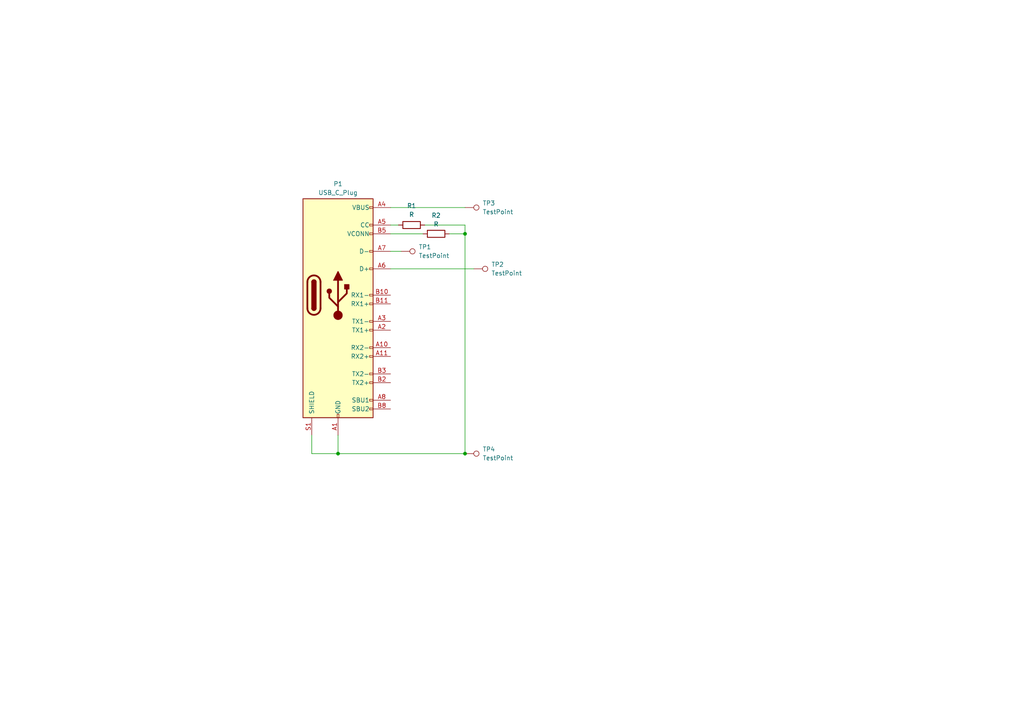
<source format=kicad_sch>
(kicad_sch (version 20230121) (generator eeschema)
  (paper "A4")
  (lib_symbols
    (symbol "Connector:TestPoint" (pin_numbers hide) (pin_names (offset 0.762) hide)
      (property "Reference" "TP" (at 0 6.858 0))
      (property "Value" "TestPoint" (at 0 5.08 0))
      (symbol "TestPoint_0_1"
        (circle (center 0 3.302) (radius 0.762))
      )
      (symbol "TestPoint_1_1"
        (pin passive line (at 0 0 90) (length 2.54) (name "1") (number "1"))
      )
    )
    (symbol "Connector:USB_C_Plug" (pin_names (offset 1.016))
      (property "Reference" "P" (at -10.16 29.21 0))
      (property "Value" "USB_C_Plug" (at 10.16 29.21 0))
      (symbol "USB_C_Plug_0_0"
        (rectangle (start -0.254 -35.56) (end 0.254 -34.544))
        (rectangle (start 10.16 -32.766) (end 9.144 -33.274))
        (rectangle (start 10.16 -30.226) (end 9.144 -30.734))
        (rectangle (start 10.16 -25.146) (end 9.144 -25.654))
        (rectangle (start 10.16 -22.606) (end 9.144 -23.114))
        (rectangle (start 10.16 -17.526) (end 9.144 -18.034))
        (rectangle (start 10.16 -14.986) (end 9.144 -15.494))
        (rectangle (start 10.16 -9.906) (end 9.144 -10.414))
        (rectangle (start 10.16 -7.366) (end 9.144 -7.874))
        (rectangle (start 10.16 -2.286) (end 9.144 -2.794))
        (rectangle (start 10.16 0.254) (end 9.144 -0.254))
        (rectangle (start 10.16 7.874) (end 9.144 7.366))
        (rectangle (start 10.16 12.954) (end 9.144 12.446))
        (rectangle (start 10.16 18.034) (end 9.144 17.526))
        (rectangle (start 10.16 20.574) (end 9.144 20.066))
        (rectangle (start 10.16 25.654) (end 9.144 25.146))
      )
      (symbol "USB_C_Plug_0_1"
        (rectangle (start -10.16 27.94) (end 10.16 -35.56) (stroke (width 0.254)) (fill (type background)))
        (arc (start -8.89 -3.81) (mid -6.985 -5.7067) (end -5.08 -3.81) (stroke (width 0.508)))
        (arc (start -7.62 -3.81) (mid -6.985 -4.4423) (end -6.35 -3.81) (stroke (width 0.254)))
        (arc (start -7.62 -3.81) (mid -6.985 -4.4423) (end -6.35 -3.81) (stroke (width 0.254)) (fill (type outline)))
        (rectangle (start -7.62 -3.81) (end -6.35 3.81) (stroke (width 0.254)) (fill (type outline)))
        (arc (start -6.35 3.81) (mid -6.985 4.4423) (end -7.62 3.81) (stroke (width 0.254)))
        (arc (start -6.35 3.81) (mid -6.985 4.4423) (end -7.62 3.81) (stroke (width 0.254)) (fill (type outline)))
        (arc (start -5.08 3.81) (mid -6.985 5.7067) (end -8.89 3.81) (stroke (width 0.508)))
        (polyline (pts (xy -8.89 -3.81) (xy -8.89 3.81)) (stroke (width 0.508)))
        (polyline (pts (xy -5.08 3.81) (xy -5.08 -3.81)) (stroke (width 0.508)))
      )
      (symbol "USB_C_Plug_1_1"
        (circle (center -2.54 1.143) (radius 0.635) (stroke (width 0.254)) (fill (type outline)))
        (circle (center 0 -5.842) (radius 1.27) (fill (type outline)))
        (polyline (pts (xy 0 -5.842) (xy 0 4.318)) (stroke (width 0.508)))
        (polyline (pts (xy 0 -3.302) (xy -2.54 -0.762) (xy -2.54 0.508)) (stroke (width 0.508)))
        (polyline (pts (xy 0 -2.032) (xy 2.54 0.508) (xy 2.54 1.778)) (stroke (width 0.508)))
        (polyline (pts (xy -1.27 4.318) (xy 0 6.858) (xy 1.27 4.318) (xy -1.27 4.318)) (stroke (width 0.254)) (fill (type outline)))
        (rectangle (start 1.905 1.778) (end 3.175 3.048) (stroke (width 0.254)) (fill (type outline)))
        (pin passive line (at 0 -40.64 90) (length 5.08) (name "GND") (number "A1"))
        (pin bidirectional line (at 15.24 -15.24 180) (length 5.08) (name "RX2-") (number "A10"))
        (pin bidirectional line (at 15.24 -17.78 180) (length 5.08) (name "RX2+") (number "A11"))
        (pin passive line (at 0 -40.64 90) (length 5.08) hide (name "GND") (number "A12"))
        (pin bidirectional line (at 15.24 -10.16 180) (length 5.08) (name "TX1+") (number "A2"))
        (pin bidirectional line (at 15.24 -7.62 180) (length 5.08) (name "TX1-") (number "A3"))
        (pin passive line (at 15.24 25.4 180) (length 5.08) (name "VBUS") (number "A4"))
        (pin bidirectional line (at 15.24 20.32 180) (length 5.08) (name "CC") (number "A5"))
        (pin bidirectional line (at 15.24 7.62 180) (length 5.08) (name "D+") (number "A6"))
        (pin bidirectional line (at 15.24 12.7 180) (length 5.08) (name "D-") (number "A7"))
        (pin bidirectional line (at 15.24 -30.48 180) (length 5.08) (name "SBU1") (number "A8"))
        (pin passive line (at 15.24 25.4 180) (length 5.08) hide (name "VBUS") (number "A9"))
        (pin passive line (at 0 -40.64 90) (length 5.08) hide (name "GND") (number "B1"))
        (pin bidirectional line (at 15.24 0 180) (length 5.08) (name "RX1-") (number "B10"))
        (pin bidirectional line (at 15.24 -2.54 180) (length 5.08) (name "RX1+") (number "B11"))
        (pin passive line (at 0 -40.64 90) (length 5.08) hide (name "GND") (number "B12"))
        (pin bidirectional line (at 15.24 -25.4 180) (length 5.08) (name "TX2+") (number "B2"))
        (pin bidirectional line (at 15.24 -22.86 180) (length 5.08) (name "TX2-") (number "B3"))
        (pin passive line (at 15.24 25.4 180) (length 5.08) hide (name "VBUS") (number "B4"))
        (pin bidirectional line (at 15.24 17.78 180) (length 5.08) (name "VCONN") (number "B5"))
        (pin bidirectional line (at 15.24 -33.02 180) (length 5.08) (name "SBU2") (number "B8"))
        (pin passive line (at 15.24 25.4 180) (length 5.08) hide (name "VBUS") (number "B9"))
        (pin passive line (at -7.62 -40.64 90) (length 5.08) (name "SHIELD") (number "S1"))
      )
    )
    (symbol "Device:R" (pin_numbers hide) (pin_names (offset 0))
      (property "Reference" "R" (at 2.032 0 90))
      (property "Value" "R" (at 0 0 90))
      (symbol "R_0_1"
        (rectangle (start -1.016 -2.54) (end 1.016 2.54) (stroke (width 0.254)))
      )
      (symbol "R_1_1"
        (pin passive line (at 0 3.81 270) (length 1.27) (name "~") (number "1"))
        (pin passive line (at 0 -3.81 90) (length 1.27) (name "~") (number "2"))
      )
    )
  )
  (junction (at 98.044 131.572))
  (junction (at 134.874 67.818))
  (junction (at 134.874 131.572))
  (wire (pts (xy 113.284 77.978) (xy 137.414 77.978)))
  (wire (pts (xy 90.424 131.572) (xy 90.424 126.238)))
  (wire (pts (xy 98.044 131.572) (xy 134.874 131.572)))
  (wire (pts (xy 123.19 65.278) (xy 134.874 65.278)))
  (wire (pts (xy 98.044 131.572) (xy 90.424 131.572)))
  (wire (pts (xy 130.302 67.818) (xy 134.874 67.818)))
  (wire (pts (xy 98.044 126.238) (xy 98.044 131.572)))
  (wire (pts (xy 113.284 67.818) (xy 122.682 67.818)))
  (wire (pts (xy 113.284 60.198) (xy 134.874 60.198)))
  (wire (pts (xy 113.284 65.278) (xy 115.57 65.278)))
  (wire (pts (xy 134.874 67.818) (xy 134.874 131.572)))
  (wire (pts (xy 113.284 72.898) (xy 116.332 72.898)))
  (wire (pts (xy 134.874 65.278) (xy 134.874 67.818)))
  (symbol (lib_id "Connector:TestPoint") (at 134.874 131.572 270) (unit 1)
    (property "Reference" "TP4" (at 139.954 130.302 90) (effects (justify left)))
    (property "Value" "TestPoint" (at 139.954 132.842 90) (effects (justify left)))
    (property "Footprint" "custom_connectors:1mm_test_point_square" (effects hide))
  )
  (symbol (lib_id "Connector:TestPoint") (at 134.874 60.198 270) (unit 1)
    (property "Reference" "TP3" (at 139.954 58.928 90) (effects (justify left)))
    (property "Value" "TestPoint" (at 139.954 61.468 90) (effects (justify left)))
    (property "Footprint" "custom_connectors:1mm_test_point_square" (effects hide))
  )
  (symbol (lib_id "Device:R") (at 119.38 65.278 90) (unit 1)
    (property "Reference" "R1" (at 119.38 59.69 90))
    (property "Value" "R" (at 119.38 62.23 90))
    (property "Footprint" "Resistor_SMD:R_0603_1608Metric_Pad0.98x0.95mm_HandSolder" (effects hide))
  )
  (symbol (lib_id "Connector:USB_C_Plug") (at 98.044 85.598 0) (unit 1)
    (property "Reference" "P1" (at 98.044 53.34 0))
    (property "Value" "USB_C_Plug" (at 98.044 55.88 0))
    (property "Footprint" "usb_custom:USB_C_SMD_USB2" (effects hide))
    (property "Datasheet" "https://www.usb.org/sites/default/files/documents/usb_type-c.zip" (effects hide))
  )
  (symbol (lib_id "Device:R") (at 126.492 67.818 90) (unit 1)
    (property "Reference" "R2" (at 126.492 62.484 90))
    (property "Value" "R" (at 126.492 65.024 90))
    (property "Footprint" "Resistor_SMD:R_0603_1608Metric_Pad0.98x0.95mm_HandSolder" (effects hide))
  )
  (symbol (lib_id "Connector:TestPoint") (at 137.414 77.978 270) (unit 1)
    (property "Reference" "TP2" (at 142.494 76.708 90) (effects (justify left)))
    (property "Value" "TestPoint" (at 142.494 79.248 90) (effects (justify left)))
    (property "Footprint" "custom_connectors:1mm_test_point_square" (effects hide))
  )
  (symbol (lib_id "Connector:TestPoint") (at 116.332 72.898 270) (unit 1)
    (property "Reference" "TP1" (at 121.412 71.628 90) (effects (justify left)))
    (property "Value" "TestPoint" (at 121.412 74.168 90) (effects (justify left)))
    (property "Footprint" "custom_connectors:1mm_test_point_square" (effects hide))
  )
)
</source>
